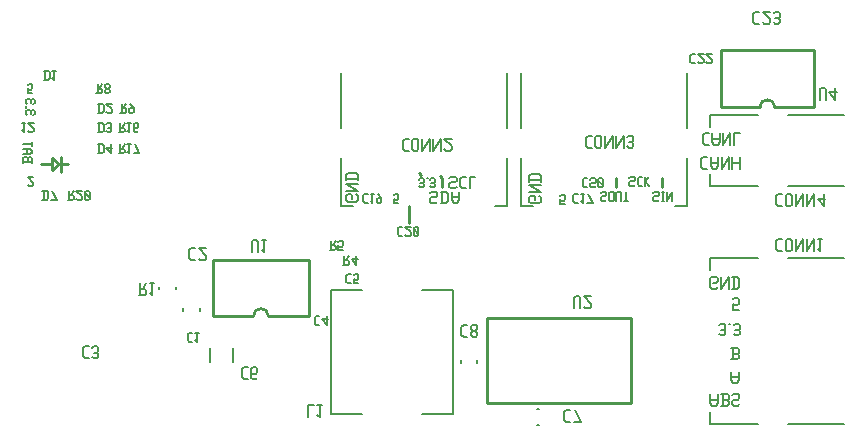
<source format=gbr>
G04 start of page 9 for group -4078 idx -4078 *
G04 Title: control, bottomsilk *
G04 Creator: pcb 20140316 *
G04 CreationDate: Thu 08 Jun 2017 03:46:08 AM GMT UTC *
G04 For: brian *
G04 Format: Gerber/RS-274X *
G04 PCB-Dimensions (mil): 6000.00 5000.00 *
G04 PCB-Coordinate-Origin: lower left *
%MOIN*%
%FSLAX25Y25*%
%LNBOTTOMSILK*%
%ADD83C,0.0080*%
%ADD82C,0.0100*%
G54D82*X212500Y151500D02*X213000Y151000D01*
X86500Y154500D02*X90000D01*
X92500D02*X90000Y152500D01*
X92500Y154500D02*X90000Y156500D01*
Y152500D02*Y156500D01*
X93000Y152000D02*Y157000D01*
Y154500D02*X95500D01*
X209000Y135000D02*Y140500D01*
X220000Y147000D02*Y150000D01*
X219500Y150500D01*
X278000Y147000D02*Y150000D01*
X293500Y147000D02*Y150000D01*
G54D83*X82000Y147625D02*X82375Y147250D01*
X83500D01*
X83875Y147625D01*
Y148375D01*
X82000Y150250D02*X83875Y148375D01*
X82000Y150250D02*X83875D01*
X80250Y155000D02*Y156500D01*
X80625Y156875D01*
X81525D01*
X81900Y156500D02*X81525Y156875D01*
X81900Y155375D02*Y156500D01*
X80250Y155375D02*X83250D01*
Y155000D02*Y156500D01*
X82875Y156875D01*
X82275D02*X82875D01*
X81900Y156500D02*X82275Y156875D01*
X80250Y157775D02*X82500D01*
X83250Y158300D01*
Y159125D01*
X82500Y159650D01*
X80250D02*X82500D01*
X81750Y157775D02*Y159650D01*
X83250Y160550D02*Y162050D01*
X80250Y161300D02*X83250D01*
X80000Y165850D02*X80600Y165250D01*
Y168250D01*
X80000D02*X81125D01*
X82025Y165625D02*X82400Y165250D01*
X83525D01*
X83900Y165625D01*
Y166375D01*
X82025Y168250D02*X83900Y166375D01*
X82025Y168250D02*X83900D01*
X83875Y171000D02*X84250Y171375D01*
Y172125D01*
X83875Y172500D01*
X81250Y172125D02*X81625Y172500D01*
X81250Y171375D02*Y172125D01*
X81625Y171000D02*X81250Y171375D01*
X82900D02*Y172125D01*
X83275Y172500D02*X83875D01*
X81625D02*X82525D01*
X82900Y172125D01*
X83275Y172500D02*X82900Y172125D01*
X81250Y173400D02*Y173775D01*
X83875Y174675D02*X84250Y175050D01*
Y175800D01*
X83875Y176175D01*
X81250Y175800D02*X81625Y176175D01*
X81250Y175050D02*Y175800D01*
X81625Y174675D02*X81250Y175050D01*
X82900D02*Y175800D01*
X83275Y176175D02*X83875D01*
X81625D02*X82525D01*
X82900Y175800D01*
X83275Y176175D02*X82900Y175800D01*
X82000Y178250D02*X83500D01*
X82000D02*Y179750D01*
X82375Y179375D01*
X83125D01*
X83500Y179750D01*
Y180875D01*
X83125Y181250D02*X83500Y180875D01*
X82375Y181250D02*X83125D01*
X82000Y180875D02*X82375Y181250D01*
X309500Y74960D02*Y77900D01*
Y74960D02*X310186Y73980D01*
X311264D01*
X311950Y74960D01*
Y77900D01*
X309500Y75940D02*X311950D01*
X313126Y77900D02*X315086D01*
X315576Y77410D01*
Y76234D02*Y77410D01*
X315086Y75744D02*X315576Y76234D01*
X313616Y75744D02*X315086D01*
X313616Y73980D02*Y77900D01*
X313126Y73980D02*X315086D01*
X315576Y74470D01*
Y75254D01*
X315086Y75744D02*X315576Y75254D01*
X318712Y73980D02*X319202Y74470D01*
X317242Y73980D02*X318712D01*
X316752Y74470D02*X317242Y73980D01*
X316752Y74470D02*Y75450D01*
X317242Y75940D01*
X318712D01*
X319202Y76430D01*
Y77410D01*
X318712Y77900D02*X319202Y77410D01*
X317242Y77900D02*X318712D01*
X316752Y77410D02*X317242Y77900D01*
X316500Y82460D02*Y85400D01*
Y82460D02*X317186Y81480D01*
X318264D01*
X318950Y82460D01*
Y85400D01*
X316500Y83440D02*X318950D01*
X316500Y93400D02*X318460D01*
X318950Y92910D01*
Y91734D02*Y92910D01*
X318460Y91244D02*X318950Y91734D01*
X316990Y91244D02*X318460D01*
X316990Y89480D02*Y93400D01*
X316500Y89480D02*X318460D01*
X318950Y89970D01*
Y90754D01*
X318460Y91244D02*X318950Y90754D01*
X312500Y97970D02*X312990Y97480D01*
X313970D01*
X314460Y97970D01*
X313970Y101400D02*X314460Y100910D01*
X312990Y101400D02*X313970D01*
X312500Y100910D02*X312990Y101400D01*
Y99244D02*X313970D01*
X314460Y97970D02*Y98754D01*
Y99734D02*Y100910D01*
Y99734D02*X313970Y99244D01*
X314460Y98754D02*X313970Y99244D01*
X315636Y101400D02*X316126D01*
X317302Y97970D02*X317792Y97480D01*
X318772D01*
X319262Y97970D01*
X318772Y101400D02*X319262Y100910D01*
X317792Y101400D02*X318772D01*
X317302Y100910D02*X317792Y101400D01*
Y99244D02*X318772D01*
X319262Y97970D02*Y98754D01*
Y99734D02*Y100910D01*
Y99734D02*X318772Y99244D01*
X319262Y98754D02*X318772Y99244D01*
X317000Y105980D02*X318960D01*
X317000D02*Y107940D01*
X317490Y107450D01*
X318470D01*
X318960Y107940D01*
Y109410D01*
X318470Y109900D02*X318960Y109410D01*
X317490Y109900D02*X318470D01*
X317000Y109410D02*X317490Y109900D01*
X311460Y112980D02*X311950Y113470D01*
X309990Y112980D02*X311460D01*
X309500Y113470D02*X309990Y112980D01*
X309500Y113470D02*Y116410D01*
X309990Y116900D01*
X311460D01*
X311950Y116410D01*
Y115430D02*Y116410D01*
X311460Y114940D02*X311950Y115430D01*
X310480Y114940D02*X311460D01*
X313126Y112980D02*Y116900D01*
Y112980D02*X315576Y116900D01*
Y112980D02*Y116900D01*
X317242Y112980D02*Y116900D01*
X318516Y112980D02*X319202Y113666D01*
Y116214D01*
X318516Y116900D02*X319202Y116214D01*
X316752Y116900D02*X318516D01*
X316752Y112980D02*X318516D01*
X307186Y156900D02*X308460D01*
X306500Y156214D02*X307186Y156900D01*
X306500Y153666D02*Y156214D01*
Y153666D02*X307186Y152980D01*
X308460D01*
X309636Y153960D02*Y156900D01*
Y153960D02*X310322Y152980D01*
X311400D01*
X312086Y153960D01*
Y156900D01*
X309636Y154940D02*X312086D01*
X313262Y152980D02*Y156900D01*
Y152980D02*X315712Y156900D01*
Y152980D02*Y156900D01*
X316888Y152980D02*Y156900D01*
X319338Y152980D02*Y156900D01*
X316888Y154940D02*X319338D01*
X307686Y164900D02*X308960D01*
X307000Y164214D02*X307686Y164900D01*
X307000Y161666D02*Y164214D01*
Y161666D02*X307686Y160980D01*
X308960D01*
X310136Y161960D02*Y164900D01*
Y161960D02*X310822Y160980D01*
X311900D01*
X312586Y161960D01*
Y164900D01*
X310136Y162940D02*X312586D01*
X313762Y160980D02*Y164900D01*
Y160980D02*X316212Y164900D01*
Y160980D02*Y164900D01*
X317388Y160980D02*Y164900D01*
X319348D01*
X253030Y143440D02*X252545Y143925D01*
X253030Y141985D02*Y143440D01*
X252545Y141500D02*X253030Y141985D01*
X249635Y141500D02*X252545D01*
X249635D02*X249150Y141985D01*
Y143440D01*
X249635Y143925D01*
X250605D01*
X251090Y143440D02*X250605Y143925D01*
X251090Y142470D02*Y143440D01*
X249150Y145089D02*X253030D01*
X249150Y147514D01*
X253030D01*
X249150Y149163D02*X253030D01*
Y150424D02*X252351Y151103D01*
X249829D02*X252351D01*
X249150Y150424D02*X249829Y151103D01*
X249150Y148678D02*Y150424D01*
X253030Y148678D02*Y150424D01*
X259500Y141250D02*X261000D01*
X259500D02*Y142750D01*
X259875Y142375D01*
X260625D01*
X261000Y142750D01*
Y143875D01*
X260625Y144250D02*X261000Y143875D01*
X259875Y144250D02*X260625D01*
X259500Y143875D02*X259875Y144250D01*
X267525Y149750D02*X268500D01*
X267000Y149225D02*X267525Y149750D01*
X267000Y147275D02*Y149225D01*
Y147275D02*X267525Y146750D01*
X268500D01*
X270900D02*X271275Y147125D01*
X269775Y146750D02*X270900D01*
X269400Y147125D02*X269775Y146750D01*
X269400Y147125D02*Y147875D01*
X269775Y148250D01*
X270900D01*
X271275Y148625D01*
Y149375D01*
X270900Y149750D02*X271275Y149375D01*
X269775Y149750D02*X270900D01*
X269400Y149375D02*X269775Y149750D01*
X272175Y149375D02*X272550Y149750D01*
X272175Y147125D02*Y149375D01*
Y147125D02*X272550Y146750D01*
X273300D01*
X273675Y147125D01*
Y149375D01*
X273300Y149750D02*X273675Y149375D01*
X272550Y149750D02*X273300D01*
X272175Y149000D02*X273675Y147500D01*
X274500Y142250D02*X274875Y142625D01*
X273375Y142250D02*X274500D01*
X273000Y142625D02*X273375Y142250D01*
X273000Y142625D02*Y143375D01*
X273375Y143750D01*
X274500D01*
X274875Y144125D01*
Y144875D01*
X274500Y145250D02*X274875Y144875D01*
X273375Y145250D02*X274500D01*
X273000Y144875D02*X273375Y145250D01*
X275775Y142625D02*Y144875D01*
Y142625D02*X276150Y142250D01*
X276900D01*
X277275Y142625D01*
Y144875D01*
X276900Y145250D02*X277275Y144875D01*
X276150Y145250D02*X276900D01*
X275775Y144875D02*X276150Y145250D01*
X278175Y142250D02*Y144875D01*
X278550Y145250D01*
X279300D01*
X279675Y144875D01*
Y142250D02*Y144875D01*
X280575Y142250D02*X282075D01*
X281325D02*Y145250D01*
X284000Y147250D02*X284375Y147625D01*
X282875Y147250D02*X284000D01*
X282500Y147625D02*X282875Y147250D01*
X282500Y147625D02*Y148375D01*
X282875Y148750D01*
X284000D01*
X284375Y149125D01*
Y149875D01*
X284000Y150250D02*X284375Y149875D01*
X282875Y150250D02*X284000D01*
X282500Y149875D02*X282875Y150250D01*
X285800D02*X286775D01*
X285275Y149725D02*X285800Y150250D01*
X285275Y147775D02*Y149725D01*
Y147775D02*X285800Y147250D01*
X286775D01*
X287675D02*Y150250D01*
Y148750D02*X289175Y147250D01*
X287675Y148750D02*X289175Y150250D01*
X292000Y142250D02*X292375Y142625D01*
X290875Y142250D02*X292000D01*
X290500Y142625D02*X290875Y142250D01*
X290500Y142625D02*Y143375D01*
X290875Y143750D01*
X292000D01*
X292375Y144125D01*
Y144875D01*
X292000Y145250D02*X292375Y144875D01*
X290875Y145250D02*X292000D01*
X290500Y144875D02*X290875Y145250D01*
X293275Y142250D02*X294025D01*
X293650D02*Y145250D01*
X293275D02*X294025D01*
X294925Y142250D02*Y145250D01*
Y142250D02*X296800Y145250D01*
Y142250D02*Y145250D01*
X212500Y147125D02*X212875Y146750D01*
X213625D01*
X214000Y147125D01*
X213625Y149750D02*X214000Y149375D01*
X212875Y149750D02*X213625D01*
X212500Y149375D02*X212875Y149750D01*
Y148100D02*X213625D01*
X214000Y147125D02*Y147725D01*
Y148475D02*Y149375D01*
Y148475D02*X213625Y148100D01*
X214000Y147725D02*X213625Y148100D01*
X214900Y149750D02*X215275D01*
X216175Y147125D02*X216550Y146750D01*
X217300D01*
X217675Y147125D01*
X217300Y149750D02*X217675Y149375D01*
X216550Y149750D02*X217300D01*
X216175Y149375D02*X216550Y149750D01*
Y148100D02*X217300D01*
X217675Y147125D02*Y147725D01*
Y148475D02*Y149375D01*
Y148475D02*X217300Y148100D01*
X217675Y147725D02*X217300Y148100D01*
X192030Y143940D02*X191545Y144425D01*
X192030Y142485D02*Y143940D01*
X191545Y142000D02*X192030Y142485D01*
X188635Y142000D02*X191545D01*
X188635D02*X188150Y142485D01*
Y143940D01*
X188635Y144425D01*
X189605D01*
X190090Y143940D02*X189605Y144425D01*
X190090Y142970D02*Y143940D01*
X188150Y145589D02*X192030D01*
X188150Y148014D01*
X192030D01*
X188150Y149663D02*X192030D01*
Y150924D02*X191351Y151603D01*
X188829D02*X191351D01*
X188150Y150924D02*X188829Y151603D01*
X188150Y149178D02*Y150924D01*
X192030Y149178D02*Y150924D01*
X204000Y141550D02*X205500D01*
X204000D02*Y143050D01*
X204375Y142675D01*
X205125D01*
X205500Y143050D01*
Y144175D01*
X205125Y144550D02*X205500Y144175D01*
X204375Y144550D02*X205125D01*
X204000Y144175D02*X204375Y144550D01*
X224460Y146480D02*X224950Y146970D01*
X222990Y146480D02*X224460D01*
X222500Y146970D02*X222990Y146480D01*
X222500Y146970D02*Y147950D01*
X222990Y148440D01*
X224460D01*
X224950Y148930D01*
Y149910D01*
X224460Y150400D02*X224950Y149910D01*
X222990Y150400D02*X224460D01*
X222500Y149910D02*X222990Y150400D01*
X226812D02*X228086D01*
X226126Y149714D02*X226812Y150400D01*
X226126Y147166D02*Y149714D01*
Y147166D02*X226812Y146480D01*
X228086D01*
X229262D02*Y150400D01*
X231222D01*
X217960Y141480D02*X218450Y141970D01*
X216490Y141480D02*X217960D01*
X216000Y141970D02*X216490Y141480D01*
X216000Y141970D02*Y142950D01*
X216490Y143440D01*
X217960D01*
X218450Y143930D01*
Y144910D01*
X217960Y145400D02*X218450Y144910D01*
X216490Y145400D02*X217960D01*
X216000Y144910D02*X216490Y145400D01*
X220116Y141480D02*Y145400D01*
X221390Y141480D02*X222076Y142166D01*
Y144714D01*
X221390Y145400D02*X222076Y144714D01*
X219626Y145400D02*X221390D01*
X219626Y141480D02*X221390D01*
X223252Y142460D02*Y145400D01*
Y142460D02*X223938Y141480D01*
X225016D01*
X225702Y142460D01*
Y145400D01*
X223252Y143440D02*X225702D01*
X241599Y185000D02*Y166484D01*
Y156484D02*Y140437D01*
X186401Y185000D02*Y166484D01*
Y156484D02*Y140437D01*
X237622D02*X241599D01*
X186401D02*X190378D01*
X301599Y185000D02*Y166484D01*
Y156484D02*Y140437D01*
X246401Y185000D02*Y166484D01*
Y156484D02*Y140437D01*
X297622D02*X301599D01*
X246401D02*X250378D01*
G54D82*X143634Y103874D02*Y122526D01*
X175766D01*
Y103874D01*
X143634D02*X157200D01*
X175766D02*X162200D01*
G75*G03X157200Y103874I-2500J0D01*G01*
X283000Y74900D02*Y103300D01*
X235000D02*X283000D01*
X235000Y74900D02*Y103300D01*
Y74900D02*X283000D01*
G54D83*X251707Y72955D02*X252493D01*
X251707Y67445D02*X252493D01*
X226345Y88407D02*Y89193D01*
X231855Y88407D02*Y89193D01*
X183100Y112700D02*Y71300D01*
X223700Y112700D02*Y71300D01*
X183100D02*X193400D01*
X213400D02*X223700D01*
X213400Y112700D02*X223700D01*
X183100D02*X193400D01*
X335484Y67901D02*X354000D01*
X309437D02*X325484D01*
X335484Y123099D02*X354000D01*
X309437D02*X325484D01*
X309437Y71878D02*Y67901D01*
Y123099D02*Y119122D01*
G54D82*X313000Y173500D02*Y192500D01*
X344000D01*
Y173500D02*Y192500D01*
X313000Y173500D02*X326000D01*
X331000D02*X344000D01*
X331000D02*G75*G03X326000Y173500I-2500J0D01*G01*
G54D83*X335484Y147189D02*X354000D01*
X309437D02*X325484D01*
X335484Y170811D02*X354000D01*
X309437D02*X325484D01*
X309437Y151166D02*Y147189D01*
Y170811D02*Y166834D01*
X150240Y88538D02*Y93262D01*
X142760Y88538D02*Y93262D01*
X133845Y105664D02*Y106450D01*
X139355Y105664D02*Y106450D01*
X131355Y112764D02*Y113550D01*
X125845Y112764D02*Y113550D01*
X205889Y133700D02*X206890D01*
X205350Y133161D02*X205889Y133700D01*
X205350Y131159D02*Y133161D01*
Y131159D02*X205889Y130620D01*
X206890D01*
X207814Y131005D02*X208199Y130620D01*
X209354D01*
X209739Y131005D01*
Y131775D01*
X207814Y133700D02*X209739Y131775D01*
X207814Y133700D02*X209739D01*
X210663Y133315D02*X211048Y133700D01*
X210663Y131005D02*Y133315D01*
Y131005D02*X211048Y130620D01*
X211818D01*
X212203Y131005D01*
Y133315D01*
X211818Y133700D02*X212203Y133315D01*
X211048Y133700D02*X211818D01*
X210663Y132930D02*X212203Y131390D01*
X194382Y144650D02*X195370D01*
X193850Y144118D02*X194382Y144650D01*
X193850Y142142D02*Y144118D01*
Y142142D02*X194382Y141610D01*
X195370D01*
X196282Y142218D02*X196890Y141610D01*
Y144650D01*
X196282D02*X197422D01*
X198714D02*X199854Y143130D01*
Y141990D02*Y143130D01*
X199474Y141610D02*X199854Y141990D01*
X198714Y141610D02*X199474D01*
X198334Y141990D02*X198714Y141610D01*
X198334Y141990D02*Y142750D01*
X198714Y143130D01*
X199854D01*
X207700Y163000D02*X209000D01*
X207000Y162300D02*X207700Y163000D01*
X207000Y159700D02*Y162300D01*
Y159700D02*X207700Y159000D01*
X209000D01*
X210200Y159500D02*Y162500D01*
Y159500D02*X210700Y159000D01*
X211700D01*
X212200Y159500D01*
Y162500D01*
X211700Y163000D02*X212200Y162500D01*
X210700Y163000D02*X211700D01*
X210200Y162500D02*X210700Y163000D01*
X213400Y159000D02*Y163000D01*
Y159000D02*X215900Y163000D01*
Y159000D02*Y163000D01*
X217100Y159000D02*Y163000D01*
Y159000D02*X219600Y163000D01*
Y159000D02*Y163000D01*
X220800Y159500D02*X221300Y159000D01*
X222800D01*
X223300Y159500D01*
Y160500D01*
X220800Y163000D02*X223300Y160500D01*
X220800Y163000D02*X223300D01*
X268700Y164000D02*X270000D01*
X268000Y163300D02*X268700Y164000D01*
X268000Y160700D02*Y163300D01*
Y160700D02*X268700Y160000D01*
X270000D01*
X271200Y160500D02*Y163500D01*
Y160500D02*X271700Y160000D01*
X272700D01*
X273200Y160500D01*
Y163500D01*
X272700Y164000D02*X273200Y163500D01*
X271700Y164000D02*X272700D01*
X271200Y163500D02*X271700Y164000D01*
X274400Y160000D02*Y164000D01*
Y160000D02*X276900Y164000D01*
Y160000D02*Y164000D01*
X278100Y160000D02*Y164000D01*
Y160000D02*X280600Y164000D01*
Y160000D02*Y164000D01*
X281800Y160500D02*X282300Y160000D01*
X283300D01*
X283800Y160500D01*
X283300Y164000D02*X283800Y163500D01*
X282300Y164000D02*X283300D01*
X281800Y163500D02*X282300Y164000D01*
Y161800D02*X283300D01*
X283800Y160500D02*Y161300D01*
Y162300D02*Y163500D01*
Y162300D02*X283300Y161800D01*
X283800Y161300D02*X283300Y161800D01*
X264389Y144700D02*X265390D01*
X263850Y144161D02*X264389Y144700D01*
X263850Y142159D02*Y144161D01*
Y142159D02*X264389Y141620D01*
X265390D01*
X266314Y142236D02*X266930Y141620D01*
Y144700D01*
X266314D02*X267469D01*
X268778D02*X270318Y141620D01*
X268393D02*X270318D01*
X264100Y106500D02*Y110000D01*
X264600Y110500D01*
X265600D01*
X266100Y110000D01*
Y106500D02*Y110000D01*
X267300Y107000D02*X267800Y106500D01*
X269300D01*
X269800Y107000D01*
Y108000D01*
X267300Y110500D02*X269800Y108000D01*
X267300Y110500D02*X269800D01*
X261450Y72650D02*X262750D01*
X260750Y71950D02*X261450Y72650D01*
X260750Y69350D02*Y71950D01*
Y69350D02*X261450Y68650D01*
X262750D01*
X264450Y72650D02*X266450Y68650D01*
X263950D02*X266450D01*
X227250Y100950D02*X228550D01*
X226550Y100250D02*X227250Y100950D01*
X226550Y97650D02*Y100250D01*
Y97650D02*X227250Y96950D01*
X228550D01*
X229750Y100450D02*X230250Y100950D01*
X229750Y99650D02*Y100450D01*
Y99650D02*X230450Y98950D01*
X231050D01*
X231750Y99650D01*
Y100450D01*
X231250Y100950D02*X231750Y100450D01*
X230250Y100950D02*X231250D01*
X229750Y98250D02*X230450Y98950D01*
X229750Y97450D02*Y98250D01*
Y97450D02*X230250Y96950D01*
X231250D01*
X231750Y97450D01*
Y98250D01*
X231050Y98950D02*X231750Y98250D01*
X324543Y205300D02*X325830D01*
X323850Y204607D02*X324543Y205300D01*
X323850Y202033D02*Y204607D01*
Y202033D02*X324543Y201340D01*
X325830D01*
X327018Y201835D02*X327513Y201340D01*
X328998D01*
X329493Y201835D01*
Y202825D01*
X327018Y205300D02*X329493Y202825D01*
X327018Y205300D02*X329493D01*
X330681Y201835D02*X331176Y201340D01*
X332166D01*
X332661Y201835D01*
X332166Y205300D02*X332661Y204805D01*
X331176Y205300D02*X332166D01*
X330681Y204805D02*X331176Y205300D01*
Y203122D02*X332166D01*
X332661Y201835D02*Y202627D01*
Y203617D02*Y204805D01*
Y203617D02*X332166Y203122D01*
X332661Y202627D02*X332166Y203122D01*
X346000Y176000D02*Y179500D01*
X346500Y180000D01*
X347500D01*
X348000Y179500D01*
Y176000D02*Y179500D01*
X349200Y178500D02*X351200Y176000D01*
X349200Y178500D02*X351700D01*
X351200Y176000D02*Y180000D01*
X303389Y191200D02*X304390D01*
X302850Y190661D02*X303389Y191200D01*
X302850Y188659D02*Y190661D01*
Y188659D02*X303389Y188120D01*
X304390D01*
X305314Y188505D02*X305699Y188120D01*
X306854D01*
X307239Y188505D01*
Y189275D01*
X305314Y191200D02*X307239Y189275D01*
X305314Y191200D02*X307239D01*
X308163Y188505D02*X308548Y188120D01*
X309703D01*
X310088Y188505D01*
Y189275D01*
X308163Y191200D02*X310088Y189275D01*
X308163Y191200D02*X310088D01*
X332200Y144500D02*X333500D01*
X331500Y143800D02*X332200Y144500D01*
X331500Y141200D02*Y143800D01*
Y141200D02*X332200Y140500D01*
X333500D01*
X334700Y141000D02*Y144000D01*
Y141000D02*X335200Y140500D01*
X336200D01*
X336700Y141000D01*
Y144000D01*
X336200Y144500D02*X336700Y144000D01*
X335200Y144500D02*X336200D01*
X334700Y144000D02*X335200Y144500D01*
X337900Y140500D02*Y144500D01*
Y140500D02*X340400Y144500D01*
Y140500D02*Y144500D01*
X341600Y140500D02*Y144500D01*
Y140500D02*X344100Y144500D01*
Y140500D02*Y144500D01*
X345300Y143000D02*X347300Y140500D01*
X345300Y143000D02*X347800D01*
X347300Y140500D02*Y144500D01*
X332200Y129500D02*X333500D01*
X331500Y128800D02*X332200Y129500D01*
X331500Y126200D02*Y128800D01*
Y126200D02*X332200Y125500D01*
X333500D01*
X334700Y126000D02*Y129000D01*
Y126000D02*X335200Y125500D01*
X336200D01*
X336700Y126000D01*
Y129000D01*
X336200Y129500D02*X336700Y129000D01*
X335200Y129500D02*X336200D01*
X334700Y129000D02*X335200Y129500D01*
X337900Y125500D02*Y129500D01*
Y125500D02*X340400Y129500D01*
Y125500D02*Y129500D01*
X341600Y125500D02*Y129500D01*
Y125500D02*X344100Y129500D01*
Y125500D02*Y129500D01*
X345300Y126300D02*X346100Y125500D01*
Y129500D01*
X345300D02*X346800D01*
X188648Y117900D02*X189649D01*
X188109Y117361D02*X188648Y117900D01*
X188109Y115359D02*Y117361D01*
Y115359D02*X188648Y114820D01*
X189649D01*
X190573D02*X192113D01*
X190573D02*Y116360D01*
X190958Y115975D01*
X191728D01*
X192113Y116360D01*
Y117515D01*
X191728Y117900D02*X192113Y117515D01*
X190958Y117900D02*X191728D01*
X190573Y117515D02*X190958Y117900D01*
X187150Y120920D02*X188690D01*
X189075Y121305D01*
Y122075D01*
X188690Y122460D02*X189075Y122075D01*
X187535Y122460D02*X188690D01*
X187535Y120920D02*Y124000D01*
X188151Y122460D02*X189075Y124000D01*
X189999Y122845D02*X191539Y120920D01*
X189999Y122845D02*X191924D01*
X191539Y120920D02*Y124000D01*
X182650Y125920D02*X184190D01*
X184575Y126305D01*
Y127075D01*
X184190Y127460D02*X184575Y127075D01*
X183035Y127460D02*X184190D01*
X183035Y125920D02*Y129000D01*
X183651Y127460D02*X184575Y129000D01*
X185499Y125920D02*X187039D01*
X185499D02*Y127460D01*
X185884Y127075D01*
X186654D01*
X187039Y127460D01*
Y128615D01*
X186654Y129000D02*X187039Y128615D01*
X185884Y129000D02*X186654D01*
X185499Y128615D02*X185884Y129000D01*
X156700Y125200D02*Y128700D01*
X157200Y129200D01*
X158200D01*
X158700Y128700D01*
Y125200D02*Y128700D01*
X159900Y126000D02*X160700Y125200D01*
Y129200D01*
X159900D02*X161400D01*
X178189Y103900D02*X179190D01*
X177650Y103361D02*X178189Y103900D01*
X177650Y101359D02*Y103361D01*
Y101359D02*X178189Y100820D01*
X179190D01*
X180114Y102745D02*X181654Y100820D01*
X180114Y102745D02*X182039D01*
X181654Y100820D02*Y103900D01*
X112350Y158120D02*X113890D01*
X114275Y158505D01*
Y159275D01*
X113890Y159660D02*X114275Y159275D01*
X112735Y159660D02*X113890D01*
X112735Y158120D02*Y161200D01*
X113351Y159660D02*X114275Y161200D01*
X115199Y158736D02*X115815Y158120D01*
Y161200D01*
X115199D02*X116354D01*
X117663D02*X119203Y158120D01*
X117278D02*X119203D01*
X112350Y165120D02*X113890D01*
X114275Y165505D01*
Y166275D01*
X113890Y166660D02*X114275Y166275D01*
X112735Y166660D02*X113890D01*
X112735Y165120D02*Y168200D01*
X113351Y166660D02*X114275Y168200D01*
X115199Y165736D02*X115815Y165120D01*
Y168200D01*
X115199D02*X116354D01*
X118433Y165120D02*X118818Y165505D01*
X117663Y165120D02*X118433D01*
X117278Y165505D02*X117663Y165120D01*
X117278Y165505D02*Y167815D01*
X117663Y168200D01*
X118433Y166506D02*X118818Y166891D01*
X117278Y166506D02*X118433D01*
X117663Y168200D02*X118433D01*
X118818Y167815D01*
Y166891D02*Y167815D01*
X105735Y158120D02*Y161200D01*
X106736Y158120D02*X107275Y158659D01*
Y160661D01*
X106736Y161200D02*X107275Y160661D01*
X105350Y161200D02*X106736D01*
X105350Y158120D02*X106736D01*
X108199Y160045D02*X109739Y158120D01*
X108199Y160045D02*X110124D01*
X109739Y158120D02*Y161200D01*
X112850Y171620D02*X114390D01*
X114775Y172005D01*
Y172775D01*
X114390Y173160D02*X114775Y172775D01*
X113235Y173160D02*X114390D01*
X113235Y171620D02*Y174700D01*
X113851Y173160D02*X114775Y174700D01*
X116084D02*X117239Y173160D01*
Y172005D02*Y173160D01*
X116854Y171620D02*X117239Y172005D01*
X116084Y171620D02*X116854D01*
X115699Y172005D02*X116084Y171620D01*
X115699Y172005D02*Y172775D01*
X116084Y173160D01*
X117239D01*
X104850Y178120D02*X106390D01*
X106775Y178505D01*
Y179275D01*
X106390Y179660D02*X106775Y179275D01*
X105235Y179660D02*X106390D01*
X105235Y178120D02*Y181200D01*
X105851Y179660D02*X106775Y181200D01*
X107699Y180815D02*X108084Y181200D01*
X107699Y180199D02*Y180815D01*
Y180199D02*X108238Y179660D01*
X108700D01*
X109239Y180199D01*
Y180815D01*
X108854Y181200D02*X109239Y180815D01*
X108084Y181200D02*X108854D01*
X107699Y179121D02*X108238Y179660D01*
X107699Y178505D02*Y179121D01*
Y178505D02*X108084Y178120D01*
X108854D01*
X109239Y178505D01*
Y179121D01*
X108700Y179660D02*X109239Y179121D01*
X105735Y165120D02*Y168200D01*
X106736Y165120D02*X107275Y165659D01*
Y167661D01*
X106736Y168200D02*X107275Y167661D01*
X105350Y168200D02*X106736D01*
X105350Y165120D02*X106736D01*
X108199Y165505D02*X108584Y165120D01*
X109354D01*
X109739Y165505D01*
X109354Y168200D02*X109739Y167815D01*
X108584Y168200D02*X109354D01*
X108199Y167815D02*X108584Y168200D01*
Y166506D02*X109354D01*
X109739Y165505D02*Y166121D01*
Y166891D02*Y167815D01*
Y166891D02*X109354Y166506D01*
X109739Y166121D02*X109354Y166506D01*
X105735Y171620D02*Y174700D01*
X106736Y171620D02*X107275Y172159D01*
Y174161D01*
X106736Y174700D02*X107275Y174161D01*
X105350Y174700D02*X106736D01*
X105350Y171620D02*X106736D01*
X108199Y172005D02*X108584Y171620D01*
X109739D01*
X110124Y172005D01*
Y172775D01*
X108199Y174700D02*X110124Y172775D01*
X108199Y174700D02*X110124D01*
X87735Y182620D02*Y185700D01*
X88736Y182620D02*X89275Y183159D01*
Y185161D01*
X88736Y185700D02*X89275Y185161D01*
X87350Y185700D02*X88736D01*
X87350Y182620D02*X88736D01*
X90199Y183236D02*X90815Y182620D01*
Y185700D01*
X90199D02*X91354D01*
X95350Y142620D02*X96890D01*
X97275Y143005D01*
Y143775D01*
X96890Y144160D02*X97275Y143775D01*
X95735Y144160D02*X96890D01*
X95735Y142620D02*Y145700D01*
X96351Y144160D02*X97275Y145700D01*
X98199Y143005D02*X98584Y142620D01*
X99739D01*
X100124Y143005D01*
Y143775D01*
X98199Y145700D02*X100124Y143775D01*
X98199Y145700D02*X100124D01*
X101048Y145315D02*X101433Y145700D01*
X101048Y143005D02*Y145315D01*
Y143005D02*X101433Y142620D01*
X102203D01*
X102588Y143005D01*
Y145315D01*
X102203Y145700D02*X102588Y145315D01*
X101433Y145700D02*X102203D01*
X101048Y144930D02*X102588Y143390D01*
X87235Y142620D02*Y145700D01*
X88236Y142620D02*X88775Y143159D01*
Y145161D01*
X88236Y145700D02*X88775Y145161D01*
X86850Y145700D02*X88236D01*
X86850Y142620D02*X88236D01*
X90084Y145700D02*X91624Y142620D01*
X89699D02*X91624D01*
X136450Y126550D02*X137750D01*
X135750Y125850D02*X136450Y126550D01*
X135750Y123250D02*Y125850D01*
Y123250D02*X136450Y122550D01*
X137750D01*
X138950Y123050D02*X139450Y122550D01*
X140950D01*
X141450Y123050D01*
Y124050D01*
X138950Y126550D02*X141450Y124050D01*
X138950Y126550D02*X141450D01*
X135832Y98300D02*X136833D01*
X135293Y97761D02*X135832Y98300D01*
X135293Y95759D02*Y97761D01*
Y95759D02*X135832Y95220D01*
X136833D01*
X137757Y95836D02*X138373Y95220D01*
Y98300D01*
X137757D02*X138912D01*
X119007Y110750D02*X121007D01*
X121507Y111250D01*
Y112250D01*
X121007Y112750D02*X121507Y112250D01*
X119507Y112750D02*X121007D01*
X119507Y110750D02*Y114750D01*
X120307Y112750D02*X121507Y114750D01*
X122707Y111550D02*X123507Y110750D01*
Y114750D01*
X122707D02*X124207D01*
X153950Y86850D02*X155250D01*
X153250Y86150D02*X153950Y86850D01*
X153250Y83550D02*Y86150D01*
Y83550D02*X153950Y82850D01*
X155250D01*
X157950D02*X158450Y83350D01*
X156950Y82850D02*X157950D01*
X156450Y83350D02*X156950Y82850D01*
X156450Y83350D02*Y86350D01*
X156950Y86850D01*
X157950Y84650D02*X158450Y85150D01*
X156450Y84650D02*X157950D01*
X156950Y86850D02*X157950D01*
X158450Y86350D01*
Y85150D02*Y86350D01*
X175350Y70250D02*Y74250D01*
X177350D01*
X178550Y71050D02*X179350Y70250D01*
Y74250D01*
X178550D02*X180050D01*
X101050Y93850D02*X102350D01*
X100350Y93150D02*X101050Y93850D01*
X100350Y90550D02*Y93150D01*
Y90550D02*X101050Y89850D01*
X102350D01*
X103550Y90350D02*X104050Y89850D01*
X105050D01*
X105550Y90350D01*
X105050Y93850D02*X105550Y93350D01*
X104050Y93850D02*X105050D01*
X103550Y93350D02*X104050Y93850D01*
Y91650D02*X105050D01*
X105550Y90350D02*Y91150D01*
Y92150D02*Y93350D01*
Y92150D02*X105050Y91650D01*
X105550Y91150D02*X105050Y91650D01*
M02*

</source>
